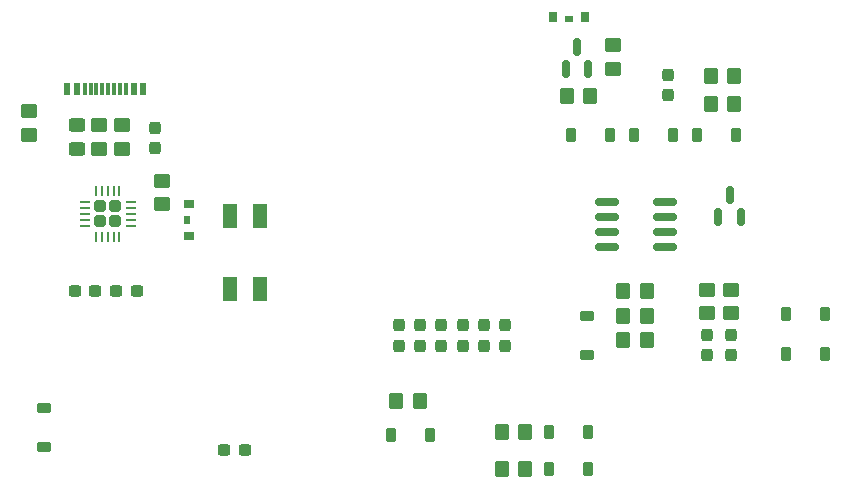
<source format=gbr>
%TF.GenerationSoftware,KiCad,Pcbnew,7.0.2*%
%TF.CreationDate,2024-08-07T09:48:01-07:00*%
%TF.ProjectId,MK-KS-MkV,4d4b2d4b-532d-44d6-9b56-2e6b69636164,1.0*%
%TF.SameCoordinates,PX3a67068PY5e08f30*%
%TF.FileFunction,Paste,Top*%
%TF.FilePolarity,Positive*%
%FSLAX46Y46*%
G04 Gerber Fmt 4.6, Leading zero omitted, Abs format (unit mm)*
G04 Created by KiCad (PCBNEW 7.0.2) date 2024-08-07 09:48:01*
%MOMM*%
%LPD*%
G01*
G04 APERTURE LIST*
G04 Aperture macros list*
%AMRoundRect*
0 Rectangle with rounded corners*
0 $1 Rounding radius*
0 $2 $3 $4 $5 $6 $7 $8 $9 X,Y pos of 4 corners*
0 Add a 4 corners polygon primitive as box body*
4,1,4,$2,$3,$4,$5,$6,$7,$8,$9,$2,$3,0*
0 Add four circle primitives for the rounded corners*
1,1,$1+$1,$2,$3*
1,1,$1+$1,$4,$5*
1,1,$1+$1,$6,$7*
1,1,$1+$1,$8,$9*
0 Add four rect primitives between the rounded corners*
20,1,$1+$1,$2,$3,$4,$5,0*
20,1,$1+$1,$4,$5,$6,$7,0*
20,1,$1+$1,$6,$7,$8,$9,0*
20,1,$1+$1,$8,$9,$2,$3,0*%
G04 Aperture macros list end*
%ADD10R,0.600000X1.100000*%
%ADD11R,0.300000X1.100000*%
%ADD12RoundRect,0.250000X0.450000X-0.350000X0.450000X0.350000X-0.450000X0.350000X-0.450000X-0.350000X0*%
%ADD13RoundRect,0.225000X0.375000X-0.225000X0.375000X0.225000X-0.375000X0.225000X-0.375000X-0.225000X0*%
%ADD14RoundRect,0.225000X0.225000X0.375000X-0.225000X0.375000X-0.225000X-0.375000X0.225000X-0.375000X0*%
%ADD15RoundRect,0.237500X-0.237500X0.300000X-0.237500X-0.300000X0.237500X-0.300000X0.237500X0.300000X0*%
%ADD16R,1.200000X1.999982*%
%ADD17RoundRect,0.237500X0.237500X-0.300000X0.237500X0.300000X-0.237500X0.300000X-0.237500X-0.300000X0*%
%ADD18RoundRect,0.250000X0.350000X0.450000X-0.350000X0.450000X-0.350000X-0.450000X0.350000X-0.450000X0*%
%ADD19RoundRect,0.225000X-0.225000X-0.375000X0.225000X-0.375000X0.225000X0.375000X-0.225000X0.375000X0*%
%ADD20RoundRect,0.250000X-0.450000X0.350000X-0.450000X-0.350000X0.450000X-0.350000X0.450000X0.350000X0*%
%ADD21RoundRect,0.150000X-0.825000X-0.150000X0.825000X-0.150000X0.825000X0.150000X-0.825000X0.150000X0*%
%ADD22RoundRect,0.250000X-0.350000X-0.450000X0.350000X-0.450000X0.350000X0.450000X-0.350000X0.450000X0*%
%ADD23RoundRect,0.150000X0.150000X-0.587500X0.150000X0.587500X-0.150000X0.587500X-0.150000X-0.587500X0*%
%ADD24RoundRect,0.237500X0.300000X0.237500X-0.300000X0.237500X-0.300000X-0.237500X0.300000X-0.237500X0*%
%ADD25RoundRect,0.250000X0.255000X0.255000X-0.255000X0.255000X-0.255000X-0.255000X0.255000X-0.255000X0*%
%ADD26RoundRect,0.062500X0.350000X0.062500X-0.350000X0.062500X-0.350000X-0.062500X0.350000X-0.062500X0*%
%ADD27RoundRect,0.062500X0.062500X0.350000X-0.062500X0.350000X-0.062500X-0.350000X0.062500X-0.350000X0*%
%ADD28RoundRect,0.237500X-0.300000X-0.237500X0.300000X-0.237500X0.300000X0.237500X-0.300000X0.237500X0*%
%ADD29R,0.900000X0.710000*%
%ADD30R,0.600000X0.800000*%
%ADD31RoundRect,0.250000X-0.450000X0.325000X-0.450000X-0.325000X0.450000X-0.325000X0.450000X0.325000X0*%
%ADD32R,0.710000X0.900000*%
%ADD33R,0.800000X0.600000*%
G04 APERTURE END LIST*
D10*
%TO.C,J4*%
X29147000Y-9582000D03*
X28347000Y-9582000D03*
D11*
X27197000Y-9582000D03*
X26197000Y-9582000D03*
X25697000Y-9582000D03*
X24697000Y-9582000D03*
D10*
X22747000Y-9582000D03*
X23547000Y-9582000D03*
D11*
X24197000Y-9582000D03*
X25197000Y-9582000D03*
X26697000Y-9582000D03*
X27697000Y-9582000D03*
%TD*%
D12*
%TO.C,R2*%
X19448020Y-13486428D03*
X19448020Y-11486428D03*
%TD*%
D13*
%TO.C,D4*%
X66700000Y-32150000D03*
X66700000Y-28850000D03*
%TD*%
D14*
%TO.C,D7*%
X68650000Y-13500000D03*
X65350000Y-13500000D03*
%TD*%
D15*
%TO.C,C8*%
X50800000Y-29637500D03*
X50800000Y-31362500D03*
%TD*%
D16*
%TO.C,BR1*%
X36480000Y-26512500D03*
X36480000Y-20412500D03*
X39020000Y-26512500D03*
X39020000Y-20412500D03*
%TD*%
D17*
%TO.C,C11*%
X54400000Y-31362500D03*
X54400000Y-29637500D03*
%TD*%
D18*
%TO.C,R14*%
X79200000Y-8500000D03*
X77200000Y-8500000D03*
%TD*%
D19*
%TO.C,D1*%
X63550000Y-41800000D03*
X66850000Y-41800000D03*
%TD*%
D17*
%TO.C,C5*%
X78900000Y-32162500D03*
X78900000Y-30437500D03*
%TD*%
D20*
%TO.C,R6*%
X25448020Y-12686428D03*
X25448020Y-14686428D03*
%TD*%
D18*
%TO.C,R11*%
X71800000Y-30900000D03*
X69800000Y-30900000D03*
%TD*%
D21*
%TO.C,U1*%
X68425000Y-19195000D03*
X68425000Y-20465000D03*
X68425000Y-21735000D03*
X68425000Y-23005000D03*
X73375000Y-23005000D03*
X73375000Y-21735000D03*
X73375000Y-20465000D03*
X73375000Y-19195000D03*
%TD*%
D19*
%TO.C,D9*%
X76050000Y-13500000D03*
X79350000Y-13500000D03*
%TD*%
D17*
%TO.C,C7*%
X52600000Y-31362500D03*
X52600000Y-29637500D03*
%TD*%
D14*
%TO.C,D6*%
X86850000Y-28700000D03*
X83550000Y-28700000D03*
%TD*%
D22*
%TO.C,R9*%
X69800000Y-26700000D03*
X71800000Y-26700000D03*
%TD*%
D17*
%TO.C,C10*%
X76900000Y-32162500D03*
X76900000Y-30437500D03*
%TD*%
D19*
%TO.C,D10*%
X50150000Y-38950000D03*
X53450000Y-38950000D03*
%TD*%
D23*
%TO.C,Q2*%
X77850000Y-20437500D03*
X79750000Y-20437500D03*
X78800000Y-18562500D03*
%TD*%
D18*
%TO.C,R1*%
X67000000Y-10200000D03*
X65000000Y-10200000D03*
%TD*%
D24*
%TO.C,C3*%
X28610520Y-26686428D03*
X26885520Y-26686428D03*
%TD*%
D22*
%TO.C,R15*%
X77200000Y-10900000D03*
X79200000Y-10900000D03*
%TD*%
D23*
%TO.C,Q1*%
X64950000Y-7937500D03*
X66850000Y-7937500D03*
X65900000Y-6062500D03*
%TD*%
D12*
%TO.C,R3*%
X30748020Y-19386428D03*
X30748020Y-17386428D03*
%TD*%
D25*
%TO.C,U2*%
X26773020Y-20811428D03*
X26773020Y-19561428D03*
X25523020Y-20811428D03*
X25523020Y-19561428D03*
D26*
X28085520Y-21186428D03*
X28085520Y-20686428D03*
X28085520Y-20186428D03*
X28085520Y-19686428D03*
X28085520Y-19186428D03*
D27*
X27148020Y-18248928D03*
X26648020Y-18248928D03*
X26148020Y-18248928D03*
X25648020Y-18248928D03*
X25148020Y-18248928D03*
D26*
X24210520Y-19186428D03*
X24210520Y-19686428D03*
X24210520Y-20186428D03*
X24210520Y-20686428D03*
X24210520Y-21186428D03*
D27*
X25148020Y-22123928D03*
X25648020Y-22123928D03*
X26148020Y-22123928D03*
X26648020Y-22123928D03*
X27148020Y-22123928D03*
%TD*%
D17*
%TO.C,C1*%
X30148020Y-14648928D03*
X30148020Y-12923928D03*
%TD*%
%TO.C,C13*%
X58000000Y-31362500D03*
X58000000Y-29637500D03*
%TD*%
D14*
%TO.C,D8*%
X73977500Y-13500000D03*
X70677500Y-13500000D03*
%TD*%
D15*
%TO.C,C6*%
X73600000Y-8437500D03*
X73600000Y-10162500D03*
%TD*%
D22*
%TO.C,R16*%
X50600000Y-36000000D03*
X52600000Y-36000000D03*
%TD*%
D28*
%TO.C,C9*%
X36037500Y-40200000D03*
X37762500Y-40200000D03*
%TD*%
D17*
%TO.C,C14*%
X59800000Y-31362500D03*
X59800000Y-29637500D03*
%TD*%
%TO.C,C12*%
X56200000Y-31362500D03*
X56200000Y-29637500D03*
%TD*%
D18*
%TO.C,R8*%
X61500000Y-41800000D03*
X59500000Y-41800000D03*
%TD*%
D20*
%TO.C,R13*%
X76900000Y-26600000D03*
X76900000Y-28600000D03*
%TD*%
D29*
%TO.C,LED2*%
X33021109Y-19347500D03*
X33021109Y-22047500D03*
D30*
X32871109Y-20697500D03*
%TD*%
D13*
%TO.C,D3*%
X20800000Y-39950000D03*
X20800000Y-36650000D03*
%TD*%
D12*
%TO.C,R4*%
X68900000Y-7900000D03*
X68900000Y-5900000D03*
%TD*%
D24*
%TO.C,C2*%
X25110520Y-26686428D03*
X23385520Y-26686428D03*
%TD*%
D12*
%TO.C,R12*%
X78900000Y-28600000D03*
X78900000Y-26600000D03*
%TD*%
D18*
%TO.C,R10*%
X71800000Y-28800000D03*
X69800000Y-28800000D03*
%TD*%
D31*
%TO.C,L1*%
X23548020Y-12661428D03*
X23548020Y-14711428D03*
%TD*%
D19*
%TO.C,D2*%
X63550000Y-38700000D03*
X66850000Y-38700000D03*
%TD*%
D18*
%TO.C,R7*%
X61500000Y-38700000D03*
X59500000Y-38700000D03*
%TD*%
D19*
%TO.C,D5*%
X83550000Y-32050000D03*
X86850000Y-32050000D03*
%TD*%
D20*
%TO.C,R5*%
X27348020Y-12686428D03*
X27348020Y-14686428D03*
%TD*%
D32*
%TO.C,LED1*%
X63876500Y-3525891D03*
X66576500Y-3525891D03*
D33*
X65226500Y-3675891D03*
%TD*%
M02*

</source>
